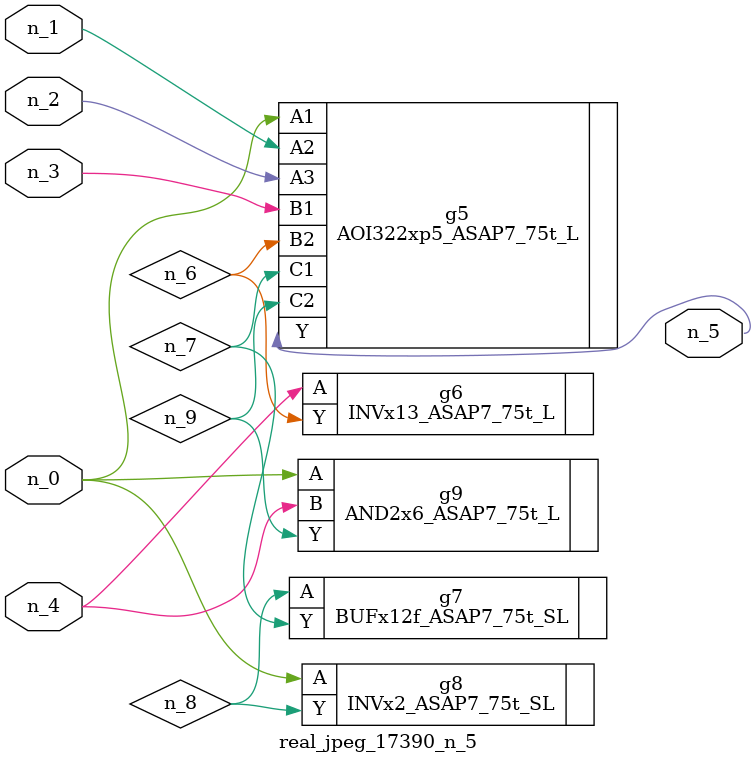
<source format=v>
module real_jpeg_17390_n_5 (n_4, n_0, n_1, n_2, n_3, n_5);

input n_4;
input n_0;
input n_1;
input n_2;
input n_3;

output n_5;

wire n_8;
wire n_6;
wire n_7;
wire n_9;

AOI322xp5_ASAP7_75t_L g5 ( 
.A1(n_0),
.A2(n_1),
.A3(n_2),
.B1(n_3),
.B2(n_6),
.C1(n_7),
.C2(n_9),
.Y(n_5)
);

INVx2_ASAP7_75t_SL g8 ( 
.A(n_0),
.Y(n_8)
);

AND2x6_ASAP7_75t_L g9 ( 
.A(n_0),
.B(n_4),
.Y(n_9)
);

INVx13_ASAP7_75t_L g6 ( 
.A(n_4),
.Y(n_6)
);

BUFx12f_ASAP7_75t_SL g7 ( 
.A(n_8),
.Y(n_7)
);


endmodule
</source>
